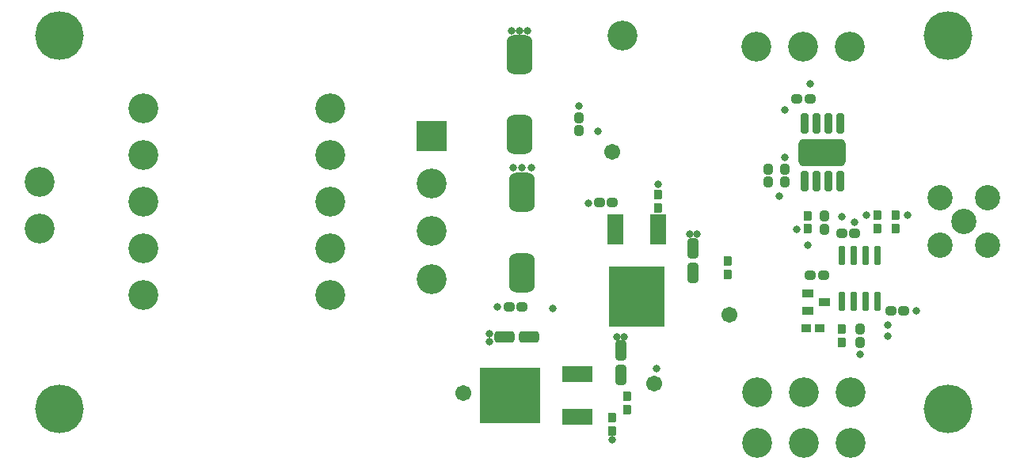
<source format=gts>
G04*
G04 #@! TF.GenerationSoftware,Altium Limited,Altium Designer,19.1.6 (110)*
G04*
G04 Layer_Color=8388736*
%FSLAX44Y44*%
%MOMM*%
G71*
G01*
G75*
G04:AMPARAMS|DCode=42|XSize=0.9mm|YSize=1.1mm|CornerRadius=0.25mm|HoleSize=0mm|Usage=FLASHONLY|Rotation=180.000|XOffset=0mm|YOffset=0mm|HoleType=Round|Shape=RoundedRectangle|*
%AMROUNDEDRECTD42*
21,1,0.9000,0.6000,0,0,180.0*
21,1,0.4000,1.1000,0,0,180.0*
1,1,0.5000,-0.2000,0.3000*
1,1,0.5000,0.2000,0.3000*
1,1,0.5000,0.2000,-0.3000*
1,1,0.5000,-0.2000,-0.3000*
%
%ADD42ROUNDEDRECTD42*%
%ADD43R,3.2032X1.8032*%
%ADD44R,6.4032X6.0032*%
%ADD45R,6.0032X6.4032*%
%ADD46R,1.8032X3.2032*%
G04:AMPARAMS|DCode=47|XSize=2.07mm|YSize=0.7mm|CornerRadius=0.2mm|HoleSize=0mm|Usage=FLASHONLY|Rotation=90.000|XOffset=0mm|YOffset=0mm|HoleType=Round|Shape=RoundedRectangle|*
%AMROUNDEDRECTD47*
21,1,2.0700,0.3000,0,0,90.0*
21,1,1.6700,0.7000,0,0,90.0*
1,1,0.4000,0.1500,0.8350*
1,1,0.4000,0.1500,-0.8350*
1,1,0.4000,-0.1500,-0.8350*
1,1,0.4000,-0.1500,0.8350*
%
%ADD47ROUNDEDRECTD47*%
G04:AMPARAMS|DCode=48|XSize=1.2032mm|YSize=2.2032mm|CornerRadius=0.3516mm|HoleSize=0mm|Usage=FLASHONLY|Rotation=0.000|XOffset=0mm|YOffset=0mm|HoleType=Round|Shape=RoundedRectangle|*
%AMROUNDEDRECTD48*
21,1,1.2032,1.5000,0,0,0.0*
21,1,0.5000,2.2032,0,0,0.0*
1,1,0.7032,0.2500,-0.7500*
1,1,0.7032,-0.2500,-0.7500*
1,1,0.7032,-0.2500,0.7500*
1,1,0.7032,0.2500,0.7500*
%
%ADD48ROUNDEDRECTD48*%
G04:AMPARAMS|DCode=49|XSize=1.2032mm|YSize=2.2032mm|CornerRadius=0.3516mm|HoleSize=0mm|Usage=FLASHONLY|Rotation=270.000|XOffset=0mm|YOffset=0mm|HoleType=Round|Shape=RoundedRectangle|*
%AMROUNDEDRECTD49*
21,1,1.2032,1.5000,0,0,270.0*
21,1,0.5000,2.2032,0,0,270.0*
1,1,0.7032,-0.7500,-0.2500*
1,1,0.7032,-0.7500,0.2500*
1,1,0.7032,0.7500,0.2500*
1,1,0.7032,0.7500,-0.2500*
%
%ADD49ROUNDEDRECTD49*%
%ADD50R,1.2032X0.9032*%
G04:AMPARAMS|DCode=51|XSize=0.95mm|YSize=1.15mm|CornerRadius=0.275mm|HoleSize=0mm|Usage=FLASHONLY|Rotation=90.000|XOffset=0mm|YOffset=0mm|HoleType=Round|Shape=RoundedRectangle|*
%AMROUNDEDRECTD51*
21,1,0.9500,0.6000,0,0,90.0*
21,1,0.4000,1.1500,0,0,90.0*
1,1,0.5500,0.3000,0.2000*
1,1,0.5500,0.3000,-0.2000*
1,1,0.5500,-0.3000,-0.2000*
1,1,0.5500,-0.3000,0.2000*
%
%ADD51ROUNDEDRECTD51*%
G04:AMPARAMS|DCode=52|XSize=0.95mm|YSize=1.15mm|CornerRadius=0.275mm|HoleSize=0mm|Usage=FLASHONLY|Rotation=180.000|XOffset=0mm|YOffset=0mm|HoleType=Round|Shape=RoundedRectangle|*
%AMROUNDEDRECTD52*
21,1,0.9500,0.6000,0,0,180.0*
21,1,0.4000,1.1500,0,0,180.0*
1,1,0.5500,-0.2000,0.3000*
1,1,0.5500,0.2000,0.3000*
1,1,0.5500,0.2000,-0.3000*
1,1,0.5500,-0.2000,-0.3000*
%
%ADD52ROUNDEDRECTD52*%
G04:AMPARAMS|DCode=53|XSize=2.7032mm|YSize=4.2032mm|CornerRadius=0.7266mm|HoleSize=0mm|Usage=FLASHONLY|Rotation=180.000|XOffset=0mm|YOffset=0mm|HoleType=Round|Shape=RoundedRectangle|*
%AMROUNDEDRECTD53*
21,1,2.7032,2.7500,0,0,180.0*
21,1,1.2500,4.2032,0,0,180.0*
1,1,1.4532,-0.6250,1.3750*
1,1,1.4532,0.6250,1.3750*
1,1,1.4532,0.6250,-1.3750*
1,1,1.4532,-0.6250,-1.3750*
%
%ADD53ROUNDEDRECTD53*%
G04:AMPARAMS|DCode=54|XSize=0.9mm|YSize=1.1mm|CornerRadius=0.25mm|HoleSize=0mm|Usage=FLASHONLY|Rotation=270.000|XOffset=0mm|YOffset=0mm|HoleType=Round|Shape=RoundedRectangle|*
%AMROUNDEDRECTD54*
21,1,0.9000,0.6000,0,0,270.0*
21,1,0.4000,1.1000,0,0,270.0*
1,1,0.5000,-0.3000,-0.2000*
1,1,0.5000,-0.3000,0.2000*
1,1,0.5000,0.3000,0.2000*
1,1,0.5000,0.3000,-0.2000*
%
%ADD54ROUNDEDRECTD54*%
G04:AMPARAMS|DCode=55|XSize=0.8032mm|YSize=2.2032mm|CornerRadius=0.2516mm|HoleSize=0mm|Usage=FLASHONLY|Rotation=180.000|XOffset=0mm|YOffset=0mm|HoleType=Round|Shape=RoundedRectangle|*
%AMROUNDEDRECTD55*
21,1,0.8032,1.7000,0,0,180.0*
21,1,0.3000,2.2032,0,0,180.0*
1,1,0.5032,-0.1500,0.8500*
1,1,0.5032,0.1500,0.8500*
1,1,0.5032,0.1500,-0.8500*
1,1,0.5032,-0.1500,-0.8500*
%
%ADD55ROUNDEDRECTD55*%
G04:AMPARAMS|DCode=56|XSize=2.9032mm|YSize=5.0032mm|CornerRadius=0.4391mm|HoleSize=0mm|Usage=FLASHONLY|Rotation=270.000|XOffset=0mm|YOffset=0mm|HoleType=Round|Shape=RoundedRectangle|*
%AMROUNDEDRECTD56*
21,1,2.9032,4.1250,0,0,270.0*
21,1,2.0250,5.0032,0,0,270.0*
1,1,0.8782,-2.0625,-1.0125*
1,1,0.8782,-2.0625,1.0125*
1,1,0.8782,2.0625,1.0125*
1,1,0.8782,2.0625,-1.0125*
%
%ADD56ROUNDEDRECTD56*%
%ADD57C,3.2032*%
%ADD58R,3.2032X3.2032*%
%ADD59C,2.7032*%
%ADD60C,1.7032*%
%ADD61C,5.2032*%
%ADD62C,0.8032*%
D42*
X655500Y-488250D02*
D03*
Y-474250D02*
D03*
X671750Y-465500D02*
D03*
Y-451500D02*
D03*
X705250Y-235500D02*
D03*
Y-249500D02*
D03*
X779250Y-306750D02*
D03*
Y-320750D02*
D03*
X959000Y-257500D02*
D03*
Y-271500D02*
D03*
X939500Y-271750D02*
D03*
Y-257750D02*
D03*
X901000Y-379500D02*
D03*
Y-393500D02*
D03*
X864750Y-258000D02*
D03*
Y-272000D02*
D03*
D43*
X618200Y-473470D02*
D03*
Y-427750D02*
D03*
D44*
X546400Y-450610D02*
D03*
D45*
X682195Y-344300D02*
D03*
D46*
X659335Y-272500D02*
D03*
X705055D02*
D03*
D47*
X901450Y-300500D02*
D03*
X914150D02*
D03*
X926850D02*
D03*
X939550D02*
D03*
Y-350000D02*
D03*
X926850D02*
D03*
X914150D02*
D03*
X901450D02*
D03*
D48*
X742250Y-319250D02*
D03*
Y-293250D02*
D03*
X665000Y-402250D02*
D03*
Y-428250D02*
D03*
D49*
X541000Y-388000D02*
D03*
X567000D02*
D03*
D50*
X865000Y-341250D02*
D03*
Y-360250D02*
D03*
X883000Y-350750D02*
D03*
D51*
X867750Y-322000D02*
D03*
X881750D02*
D03*
X967500Y-360250D02*
D03*
X953500D02*
D03*
X915250Y-277250D02*
D03*
X901250D02*
D03*
X545500Y-355500D02*
D03*
X559500D02*
D03*
X853500Y-132750D02*
D03*
X867500D02*
D03*
X656000Y-244250D02*
D03*
X642000D02*
D03*
D52*
X620500Y-167250D02*
D03*
Y-153250D02*
D03*
X823000Y-222250D02*
D03*
Y-208250D02*
D03*
X883000Y-258500D02*
D03*
Y-272500D02*
D03*
X920750Y-379500D02*
D03*
Y-393500D02*
D03*
X840500Y-208250D02*
D03*
Y-222250D02*
D03*
D53*
X556500Y-171250D02*
D03*
Y-85250D02*
D03*
X559250Y-233000D02*
D03*
Y-319000D02*
D03*
D54*
X863500Y-378250D02*
D03*
X877500D02*
D03*
D55*
X861400Y-221250D02*
D03*
X874100D02*
D03*
X886800D02*
D03*
X899500D02*
D03*
Y-159250D02*
D03*
X886800D02*
D03*
X874100D02*
D03*
X861400D02*
D03*
D56*
X880450Y-190250D02*
D03*
D57*
X43500Y-272000D02*
D03*
Y-222000D02*
D03*
X354250Y-143250D02*
D03*
Y-193250D02*
D03*
Y-293250D02*
D03*
X154250Y-193250D02*
D03*
Y-293250D02*
D03*
X354580Y-243250D02*
D03*
X354250Y-343250D02*
D03*
X154250Y-143250D02*
D03*
Y-243250D02*
D03*
Y-343250D02*
D03*
X910000Y-77500D02*
D03*
X860000D02*
D03*
X810000D02*
D03*
X861000Y-447250D02*
D03*
X911000D02*
D03*
Y-501250D02*
D03*
X861000D02*
D03*
X811000D02*
D03*
Y-447250D02*
D03*
X463250Y-223750D02*
D03*
Y-274750D02*
D03*
Y-325750D02*
D03*
X667250Y-65000D02*
D03*
D58*
X463250Y-172750D02*
D03*
D59*
X1006200Y-289250D02*
D03*
X1031600Y-263850D02*
D03*
X1006200Y-238450D02*
D03*
X1057000Y-289250D02*
D03*
Y-238450D02*
D03*
D60*
X700500Y-437500D02*
D03*
X656250Y-189500D02*
D03*
X781500Y-364000D02*
D03*
X497000Y-448250D02*
D03*
D61*
X1015000Y-465000D02*
D03*
Y-65000D02*
D03*
X65000Y-465000D02*
D03*
Y-65000D02*
D03*
D62*
X655500Y-498000D02*
D03*
X661000Y-387500D02*
D03*
X668500D02*
D03*
X705250Y-224750D02*
D03*
X927500Y-257250D02*
D03*
X971500Y-257500D02*
D03*
X915000Y-264750D02*
D03*
X630750Y-244500D02*
D03*
X703250Y-422000D02*
D03*
X592500Y-357000D02*
D03*
X950500Y-387000D02*
D03*
Y-374750D02*
D03*
X533250Y-355750D02*
D03*
X746250Y-277500D02*
D03*
X834250Y-236750D02*
D03*
X565000Y-60000D02*
D03*
X556500D02*
D03*
X524500Y-384250D02*
D03*
X569250Y-206750D02*
D03*
X559750D02*
D03*
X901750Y-259500D02*
D03*
X739000Y-277500D02*
D03*
X524500Y-392500D02*
D03*
X865000Y-289250D02*
D03*
X640500Y-167500D02*
D03*
X840250Y-196000D02*
D03*
X981000Y-360000D02*
D03*
X853250Y-272500D02*
D03*
X550250Y-206750D02*
D03*
X867750Y-116750D02*
D03*
X548250Y-60000D02*
D03*
X620500Y-140250D02*
D03*
X840500Y-145250D02*
D03*
X920750Y-406500D02*
D03*
M02*

</source>
